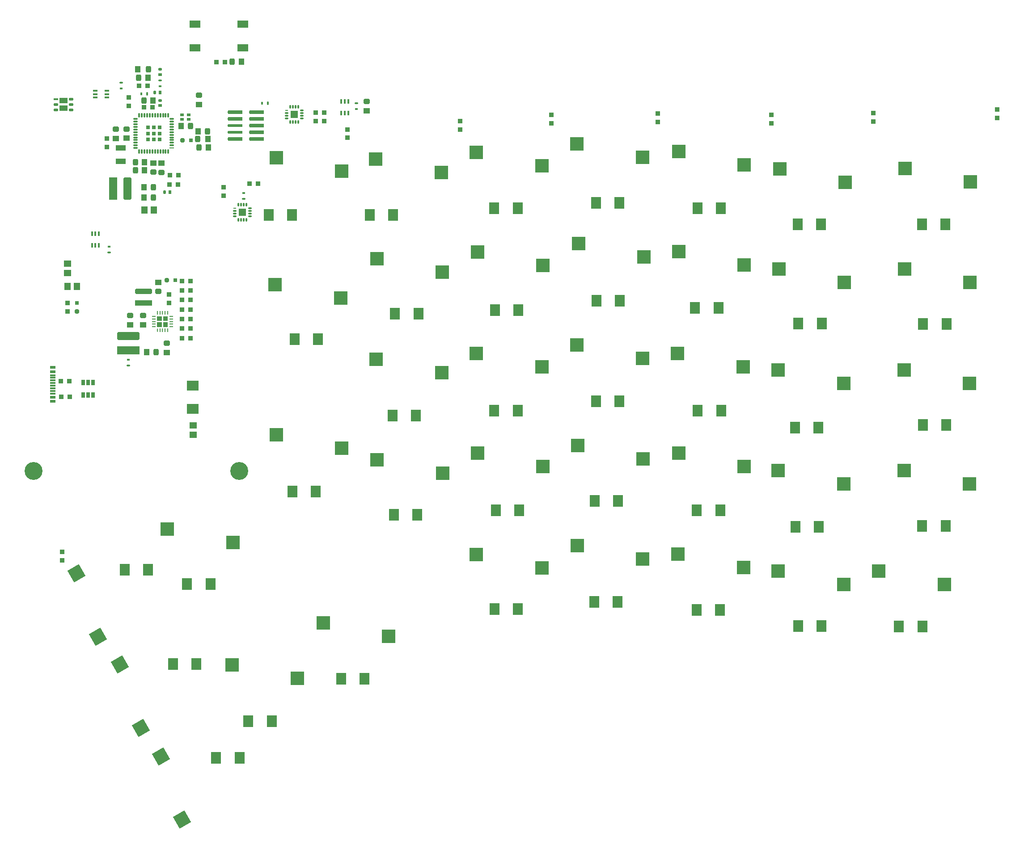
<source format=gtp>
G04*
G04 #@! TF.GenerationSoftware,Altium Limited,Altium Designer,24.5.2 (23)*
G04*
G04 Layer_Color=8421504*
%FSLAX44Y44*%
%MOMM*%
G71*
G04*
G04 #@! TF.SameCoordinates,B2DEAD2E-F19F-4043-ADCB-FE0AD24F75F7*
G04*
G04*
G04 #@! TF.FilePolarity,Positive*
G04*
G01*
G75*
%ADD19R,1.6256X1.1176*%
%ADD20R,0.7620X0.7112*%
G04:AMPARAMS|DCode=21|XSize=2.794mm|YSize=0.557mm|CornerRadius=0.1393mm|HoleSize=0mm|Usage=FLASHONLY|Rotation=0.000|XOffset=0mm|YOffset=0mm|HoleType=Round|Shape=RoundedRectangle|*
%AMROUNDEDRECTD21*
21,1,2.7940,0.2785,0,0,0.0*
21,1,2.5155,0.5570,0,0,0.0*
1,1,0.2785,1.2578,-0.1393*
1,1,0.2785,-1.2578,-0.1393*
1,1,0.2785,-1.2578,0.1393*
1,1,0.2785,1.2578,0.1393*
%
%ADD21ROUNDEDRECTD21*%
G04:AMPARAMS|DCode=22|XSize=2.794mm|YSize=0.7366mm|CornerRadius=0.1842mm|HoleSize=0mm|Usage=FLASHONLY|Rotation=0.000|XOffset=0mm|YOffset=0mm|HoleType=Round|Shape=RoundedRectangle|*
%AMROUNDEDRECTD22*
21,1,2.7940,0.3683,0,0,0.0*
21,1,2.4257,0.7366,0,0,0.0*
1,1,0.3683,1.2129,-0.1842*
1,1,0.3683,-1.2129,-0.1842*
1,1,0.3683,-1.2129,0.1842*
1,1,0.3683,1.2129,0.1842*
%
%ADD22ROUNDEDRECTD22*%
G04:AMPARAMS|DCode=23|XSize=0.6mm|YSize=0.26mm|CornerRadius=0.0325mm|HoleSize=0mm|Usage=FLASHONLY|Rotation=90.000|XOffset=0mm|YOffset=0mm|HoleType=Round|Shape=RoundedRectangle|*
%AMROUNDEDRECTD23*
21,1,0.6000,0.1950,0,0,90.0*
21,1,0.5350,0.2600,0,0,90.0*
1,1,0.0650,0.0975,0.2675*
1,1,0.0650,0.0975,-0.2675*
1,1,0.0650,-0.0975,-0.2675*
1,1,0.0650,-0.0975,0.2675*
%
%ADD23ROUNDEDRECTD23*%
%ADD24R,0.6000X0.2600*%
G04:AMPARAMS|DCode=25|XSize=0.6mm|YSize=0.26mm|CornerRadius=0.0325mm|HoleSize=0mm|Usage=FLASHONLY|Rotation=0.000|XOffset=0mm|YOffset=0mm|HoleType=Round|Shape=RoundedRectangle|*
%AMROUNDEDRECTD25*
21,1,0.6000,0.1950,0,0,0.0*
21,1,0.5350,0.2600,0,0,0.0*
1,1,0.0650,0.2675,-0.0975*
1,1,0.0650,-0.2675,-0.0975*
1,1,0.0650,-0.2675,0.0975*
1,1,0.0650,0.2675,0.0975*
%
%ADD25ROUNDEDRECTD25*%
%ADD26R,1.3700X1.3700*%
%ADD27R,0.9000X0.4000*%
G04:AMPARAMS|DCode=28|XSize=0.4mm|YSize=0.9mm|CornerRadius=0.1mm|HoleSize=0mm|Usage=FLASHONLY|Rotation=270.000|XOffset=0mm|YOffset=0mm|HoleType=Round|Shape=RoundedRectangle|*
%AMROUNDEDRECTD28*
21,1,0.4000,0.7000,0,0,270.0*
21,1,0.2000,0.9000,0,0,270.0*
1,1,0.2000,-0.3500,-0.1000*
1,1,0.2000,-0.3500,0.1000*
1,1,0.2000,0.3500,0.1000*
1,1,0.2000,0.3500,-0.1000*
%
%ADD28ROUNDEDRECTD28*%
%ADD29R,0.4000X0.9000*%
G04:AMPARAMS|DCode=30|XSize=0.4mm|YSize=0.9mm|CornerRadius=0.1mm|HoleSize=0mm|Usage=FLASHONLY|Rotation=0.000|XOffset=0mm|YOffset=0mm|HoleType=Round|Shape=RoundedRectangle|*
%AMROUNDEDRECTD30*
21,1,0.4000,0.7000,0,0,0.0*
21,1,0.2000,0.9000,0,0,0.0*
1,1,0.2000,0.1000,-0.3500*
1,1,0.2000,-0.1000,-0.3500*
1,1,0.2000,-0.1000,0.3500*
1,1,0.2000,0.1000,0.3500*
%
%ADD30ROUNDEDRECTD30*%
%ADD31R,1.6000X4.3000*%
G04:AMPARAMS|DCode=32|XSize=1.6mm|YSize=4.3mm|CornerRadius=0.4mm|HoleSize=0mm|Usage=FLASHONLY|Rotation=0.000|XOffset=0mm|YOffset=0mm|HoleType=Round|Shape=RoundedRectangle|*
%AMROUNDEDRECTD32*
21,1,1.6000,3.5000,0,0,0.0*
21,1,0.8000,4.3000,0,0,0.0*
1,1,0.8000,0.4000,-1.7500*
1,1,0.8000,-0.4000,-1.7500*
1,1,0.8000,-0.4000,1.7500*
1,1,0.8000,0.4000,1.7500*
%
%ADD32ROUNDEDRECTD32*%
%ADD33R,4.3000X1.6000*%
G04:AMPARAMS|DCode=34|XSize=1.6mm|YSize=4.3mm|CornerRadius=0.4mm|HoleSize=0mm|Usage=FLASHONLY|Rotation=90.000|XOffset=0mm|YOffset=0mm|HoleType=Round|Shape=RoundedRectangle|*
%AMROUNDEDRECTD34*
21,1,1.6000,3.5000,0,0,90.0*
21,1,0.8000,4.3000,0,0,90.0*
1,1,0.8000,1.7500,0.4000*
1,1,0.8000,1.7500,-0.4000*
1,1,0.8000,-1.7500,-0.4000*
1,1,0.8000,-1.7500,0.4000*
%
%ADD34ROUNDEDRECTD34*%
G04:AMPARAMS|DCode=35|XSize=0.45mm|YSize=0.85mm|CornerRadius=0.1125mm|HoleSize=0mm|Usage=FLASHONLY|Rotation=90.000|XOffset=0mm|YOffset=0mm|HoleType=Round|Shape=RoundedRectangle|*
%AMROUNDEDRECTD35*
21,1,0.4500,0.6250,0,0,90.0*
21,1,0.2250,0.8500,0,0,90.0*
1,1,0.2250,0.3125,0.1125*
1,1,0.2250,0.3125,-0.1125*
1,1,0.2250,-0.3125,-0.1125*
1,1,0.2250,-0.3125,0.1125*
%
%ADD35ROUNDEDRECTD35*%
%ADD36R,0.8500X0.4500*%
%ADD37R,2.5500X2.5000*%
G04:AMPARAMS|DCode=38|XSize=2.55mm|YSize=2.5mm|CornerRadius=0mm|HoleSize=0mm|Usage=FLASHONLY|Rotation=120.000|XOffset=0mm|YOffset=0mm|HoleType=Round|Shape=Rectangle|*
%AMROTATEDRECTD38*
4,1,4,1.7200,-0.4792,-0.4450,-1.7292,-1.7200,0.4792,0.4450,1.7292,1.7200,-0.4792,0.0*
%
%ADD38ROTATEDRECTD38*%

%ADD39R,1.9000X1.1000*%
G04:AMPARAMS|DCode=40|XSize=1mm|YSize=3.2mm|CornerRadius=0.25mm|HoleSize=0mm|Usage=FLASHONLY|Rotation=90.000|XOffset=0mm|YOffset=0mm|HoleType=Round|Shape=RoundedRectangle|*
%AMROUNDEDRECTD40*
21,1,1.0000,2.7000,0,0,90.0*
21,1,0.5000,3.2000,0,0,90.0*
1,1,0.5000,1.3500,0.2500*
1,1,0.5000,1.3500,-0.2500*
1,1,0.5000,-1.3500,-0.2500*
1,1,0.5000,-1.3500,0.2500*
%
%ADD40ROUNDEDRECTD40*%
%ADD41R,3.2000X1.0000*%
%ADD42R,1.8796X2.2606*%
%ADD43R,2.2606X1.8796*%
%ADD44R,1.1600X1.4700*%
%ADD45R,1.4700X1.1600*%
G04:AMPARAMS|DCode=46|XSize=1.2mm|YSize=1mm|CornerRadius=0.25mm|HoleSize=0mm|Usage=FLASHONLY|Rotation=90.000|XOffset=0mm|YOffset=0mm|HoleType=Round|Shape=RoundedRectangle|*
%AMROUNDEDRECTD46*
21,1,1.2000,0.5000,0,0,90.0*
21,1,0.7000,1.0000,0,0,90.0*
1,1,0.5000,0.2500,0.3500*
1,1,0.5000,0.2500,-0.3500*
1,1,0.5000,-0.2500,-0.3500*
1,1,0.5000,-0.2500,0.3500*
%
%ADD46ROUNDEDRECTD46*%
%ADD47R,1.0000X1.2000*%
G04:AMPARAMS|DCode=48|XSize=1.2mm|YSize=1mm|CornerRadius=0.25mm|HoleSize=0mm|Usage=FLASHONLY|Rotation=180.000|XOffset=0mm|YOffset=0mm|HoleType=Round|Shape=RoundedRectangle|*
%AMROUNDEDRECTD48*
21,1,1.2000,0.5000,0,0,180.0*
21,1,0.7000,1.0000,0,0,180.0*
1,1,0.5000,-0.3500,0.2500*
1,1,0.5000,0.3500,0.2500*
1,1,0.5000,0.3500,-0.2500*
1,1,0.5000,-0.3500,-0.2500*
%
%ADD48ROUNDEDRECTD48*%
%ADD49R,1.2000X1.0000*%
G04:AMPARAMS|DCode=50|XSize=0.64mm|YSize=0.5mm|CornerRadius=0.125mm|HoleSize=0mm|Usage=FLASHONLY|Rotation=270.000|XOffset=0mm|YOffset=0mm|HoleType=Round|Shape=RoundedRectangle|*
%AMROUNDEDRECTD50*
21,1,0.6400,0.2500,0,0,270.0*
21,1,0.3900,0.5000,0,0,270.0*
1,1,0.2500,-0.1250,-0.1950*
1,1,0.2500,-0.1250,0.1950*
1,1,0.2500,0.1250,0.1950*
1,1,0.2500,0.1250,-0.1950*
%
%ADD50ROUNDEDRECTD50*%
%ADD51R,0.5000X0.6400*%
G04:AMPARAMS|DCode=52|XSize=0.9mm|YSize=0.9mm|CornerRadius=0.225mm|HoleSize=0mm|Usage=FLASHONLY|Rotation=180.000|XOffset=0mm|YOffset=0mm|HoleType=Round|Shape=RoundedRectangle|*
%AMROUNDEDRECTD52*
21,1,0.9000,0.4500,0,0,180.0*
21,1,0.4500,0.9000,0,0,180.0*
1,1,0.4500,-0.2250,0.2250*
1,1,0.4500,0.2250,0.2250*
1,1,0.4500,0.2250,-0.2250*
1,1,0.4500,-0.2250,-0.2250*
%
%ADD52ROUNDEDRECTD52*%
%ADD53R,0.9000X0.9000*%
G04:AMPARAMS|DCode=54|XSize=0.9mm|YSize=0.9mm|CornerRadius=0.225mm|HoleSize=0mm|Usage=FLASHONLY|Rotation=90.000|XOffset=0mm|YOffset=0mm|HoleType=Round|Shape=RoundedRectangle|*
%AMROUNDEDRECTD54*
21,1,0.9000,0.4500,0,0,90.0*
21,1,0.4500,0.9000,0,0,90.0*
1,1,0.4500,0.2250,0.2250*
1,1,0.4500,0.2250,-0.2250*
1,1,0.4500,-0.2250,-0.2250*
1,1,0.4500,-0.2250,0.2250*
%
%ADD54ROUNDEDRECTD54*%
%ADD55R,0.9000X0.9000*%
%ADD56R,0.6000X0.4000*%
G04:AMPARAMS|DCode=57|XSize=0.6mm|YSize=0.4mm|CornerRadius=0.1mm|HoleSize=0mm|Usage=FLASHONLY|Rotation=180.000|XOffset=0mm|YOffset=0mm|HoleType=Round|Shape=RoundedRectangle|*
%AMROUNDEDRECTD57*
21,1,0.6000,0.2000,0,0,180.0*
21,1,0.4000,0.4000,0,0,180.0*
1,1,0.2000,-0.2000,0.1000*
1,1,0.2000,0.2000,0.1000*
1,1,0.2000,0.2000,-0.1000*
1,1,0.2000,-0.2000,-0.1000*
%
%ADD57ROUNDEDRECTD57*%
%ADD58R,0.4000X0.6000*%
G04:AMPARAMS|DCode=59|XSize=0.6mm|YSize=0.4mm|CornerRadius=0.1mm|HoleSize=0mm|Usage=FLASHONLY|Rotation=90.000|XOffset=0mm|YOffset=0mm|HoleType=Round|Shape=RoundedRectangle|*
%AMROUNDEDRECTD59*
21,1,0.6000,0.2000,0,0,90.0*
21,1,0.4000,0.4000,0,0,90.0*
1,1,0.2000,0.1000,0.2000*
1,1,0.2000,0.1000,-0.2000*
1,1,0.2000,-0.1000,-0.2000*
1,1,0.2000,-0.1000,0.2000*
%
%ADD59ROUNDEDRECTD59*%
%ADD60R,0.6858X0.5842*%
G04:AMPARAMS|DCode=61|XSize=0.64mm|YSize=0.47mm|CornerRadius=0.1175mm|HoleSize=0mm|Usage=FLASHONLY|Rotation=180.000|XOffset=0mm|YOffset=0mm|HoleType=Round|Shape=RoundedRectangle|*
%AMROUNDEDRECTD61*
21,1,0.6400,0.2350,0,0,180.0*
21,1,0.4050,0.4700,0,0,180.0*
1,1,0.2350,-0.2025,0.1175*
1,1,0.2350,0.2025,0.1175*
1,1,0.2350,0.2025,-0.1175*
1,1,0.2350,-0.2025,-0.1175*
%
%ADD61ROUNDEDRECTD61*%
%ADD62R,0.6400X0.4700*%
G04:AMPARAMS|DCode=63|XSize=0.64mm|YSize=0.47mm|CornerRadius=0.1175mm|HoleSize=0mm|Usage=FLASHONLY|Rotation=270.000|XOffset=0mm|YOffset=0mm|HoleType=Round|Shape=RoundedRectangle|*
%AMROUNDEDRECTD63*
21,1,0.6400,0.2350,0,0,270.0*
21,1,0.4050,0.4700,0,0,270.0*
1,1,0.2350,-0.1175,-0.2025*
1,1,0.2350,-0.1175,0.2025*
1,1,0.2350,0.1175,0.2025*
1,1,0.2350,0.1175,-0.2025*
%
%ADD63ROUNDEDRECTD63*%
%ADD64R,0.4700X0.6400*%
%ADD65C,3.4000*%
G04:AMPARAMS|DCode=66|XSize=0.24mm|YSize=0.6mm|CornerRadius=0.0324mm|HoleSize=0mm|Usage=FLASHONLY|Rotation=90.000|XOffset=0mm|YOffset=0mm|HoleType=Round|Shape=RoundedRectangle|*
%AMROUNDEDRECTD66*
21,1,0.2400,0.5352,0,0,90.0*
21,1,0.1752,0.6000,0,0,90.0*
1,1,0.0648,0.2676,0.0876*
1,1,0.0648,0.2676,-0.0876*
1,1,0.0648,-0.2676,-0.0876*
1,1,0.0648,-0.2676,0.0876*
%
%ADD66ROUNDEDRECTD66*%
G04:AMPARAMS|DCode=67|XSize=0.6mm|YSize=0.24mm|CornerRadius=0.06mm|HoleSize=0mm|Usage=FLASHONLY|Rotation=90.000|XOffset=0mm|YOffset=0mm|HoleType=Round|Shape=RoundedRectangle|*
%AMROUNDEDRECTD67*
21,1,0.6000,0.1200,0,0,90.0*
21,1,0.4800,0.2400,0,0,90.0*
1,1,0.1200,0.0600,0.2400*
1,1,0.1200,0.0600,-0.2400*
1,1,0.1200,-0.0600,-0.2400*
1,1,0.1200,-0.0600,0.2400*
%
%ADD67ROUNDEDRECTD67*%
G04:AMPARAMS|DCode=68|XSize=0.6mm|YSize=0.24mm|CornerRadius=0.0324mm|HoleSize=0mm|Usage=FLASHONLY|Rotation=90.000|XOffset=0mm|YOffset=0mm|HoleType=Round|Shape=RoundedRectangle|*
%AMROUNDEDRECTD68*
21,1,0.6000,0.1752,0,0,90.0*
21,1,0.5352,0.2400,0,0,90.0*
1,1,0.0648,0.0876,0.2676*
1,1,0.0648,0.0876,-0.2676*
1,1,0.0648,-0.0876,-0.2676*
1,1,0.0648,-0.0876,0.2676*
%
%ADD68ROUNDEDRECTD68*%
%ADD69R,0.8000X0.8000*%
G04:AMPARAMS|DCode=70|XSize=0.8mm|YSize=0.8mm|CornerRadius=0.2mm|HoleSize=0mm|Usage=FLASHONLY|Rotation=270.000|XOffset=0mm|YOffset=0mm|HoleType=Round|Shape=RoundedRectangle|*
%AMROUNDEDRECTD70*
21,1,0.8000,0.4000,0,0,270.0*
21,1,0.4000,0.8000,0,0,270.0*
1,1,0.4000,-0.2000,-0.2000*
1,1,0.4000,-0.2000,0.2000*
1,1,0.4000,0.2000,0.2000*
1,1,0.4000,0.2000,-0.2000*
%
%ADD70ROUNDEDRECTD70*%
%ADD71R,0.8000X0.8000*%
G04:AMPARAMS|DCode=72|XSize=0.8mm|YSize=0.8mm|CornerRadius=0.2mm|HoleSize=0mm|Usage=FLASHONLY|Rotation=0.000|XOffset=0mm|YOffset=0mm|HoleType=Round|Shape=RoundedRectangle|*
%AMROUNDEDRECTD72*
21,1,0.8000,0.4000,0,0,0.0*
21,1,0.4000,0.8000,0,0,0.0*
1,1,0.4000,0.2000,-0.2000*
1,1,0.4000,-0.2000,-0.2000*
1,1,0.4000,-0.2000,0.2000*
1,1,0.4000,0.2000,0.2000*
%
%ADD72ROUNDEDRECTD72*%
%ADD73R,0.8600X0.2600*%
G04:AMPARAMS|DCode=74|XSize=0.26mm|YSize=0.86mm|CornerRadius=0.065mm|HoleSize=0mm|Usage=FLASHONLY|Rotation=270.000|XOffset=0mm|YOffset=0mm|HoleType=Round|Shape=RoundedRectangle|*
%AMROUNDEDRECTD74*
21,1,0.2600,0.7300,0,0,270.0*
21,1,0.1300,0.8600,0,0,270.0*
1,1,0.1300,-0.3650,-0.0650*
1,1,0.1300,-0.3650,0.0650*
1,1,0.1300,0.3650,0.0650*
1,1,0.1300,0.3650,-0.0650*
%
%ADD74ROUNDEDRECTD74*%
G04:AMPARAMS|DCode=75|XSize=0.26mm|YSize=0.86mm|CornerRadius=0.065mm|HoleSize=0mm|Usage=FLASHONLY|Rotation=180.000|XOffset=0mm|YOffset=0mm|HoleType=Round|Shape=RoundedRectangle|*
%AMROUNDEDRECTD75*
21,1,0.2600,0.7300,0,0,180.0*
21,1,0.1300,0.8600,0,0,180.0*
1,1,0.1300,-0.0650,0.3650*
1,1,0.1300,0.0650,0.3650*
1,1,0.1300,0.0650,-0.3650*
1,1,0.1300,-0.0650,-0.3650*
%
%ADD75ROUNDEDRECTD75*%
%ADD76R,1.1400X0.6000*%
%ADD77R,1.1400X0.3000*%
%ADD78R,2.1000X1.4000*%
%ADD79R,0.7000X1.0000*%
G36*
X274828Y405892D02*
Y397216D01*
X266152D01*
Y405892D01*
X274828D01*
D02*
G37*
G36*
Y417616D02*
Y408940D01*
X266152D01*
Y417616D01*
X274828D01*
D02*
G37*
G36*
X286552Y405892D02*
Y397216D01*
X277876D01*
Y405892D01*
X286552D01*
D02*
G37*
G36*
Y417616D02*
Y408940D01*
X277876D01*
Y417616D01*
X286552D01*
D02*
G37*
D19*
X88900Y825754D02*
D03*
Y811530D02*
D03*
D20*
X270958Y752882D02*
D03*
X259782D02*
D03*
X248860D02*
D03*
X270704Y763804D02*
D03*
X259782D02*
D03*
X248860D02*
D03*
X270704Y774980D02*
D03*
X259782D02*
D03*
X249114D02*
D03*
D21*
X414274Y778764D02*
D03*
Y766064D02*
D03*
D22*
X454914Y753364D02*
D03*
X414274D02*
D03*
X454914Y766064D02*
D03*
Y778764D02*
D03*
Y791464D02*
D03*
X414274D02*
D03*
X454914Y804164D02*
D03*
X414274D02*
D03*
D23*
X419982Y600330D02*
D03*
X424982D02*
D03*
X429982D02*
D03*
X434982D02*
D03*
Y629030D02*
D03*
X429982D02*
D03*
X424982D02*
D03*
X419982D02*
D03*
X518280Y785750D02*
D03*
X523280D02*
D03*
X528280D02*
D03*
X533280D02*
D03*
Y814450D02*
D03*
X528280D02*
D03*
X523280D02*
D03*
X518280D02*
D03*
D24*
X413132Y622180D02*
D03*
X511430Y807600D02*
D03*
D25*
X413132Y617180D02*
D03*
Y612180D02*
D03*
Y607180D02*
D03*
X441832D02*
D03*
Y612180D02*
D03*
Y617180D02*
D03*
Y622180D02*
D03*
X511430Y802600D02*
D03*
Y797600D02*
D03*
Y792600D02*
D03*
X540130D02*
D03*
Y797600D02*
D03*
Y802600D02*
D03*
Y807600D02*
D03*
D26*
X427482Y614680D02*
D03*
X525780Y800100D02*
D03*
D27*
X170766Y831700D02*
D03*
D28*
Y838200D02*
D03*
Y844700D02*
D03*
X148766D02*
D03*
Y838200D02*
D03*
Y831700D02*
D03*
D29*
X155852Y574118D02*
D03*
X614784Y802816D02*
D03*
D30*
X149352Y574118D02*
D03*
X142852D02*
D03*
Y552118D02*
D03*
X149352D02*
D03*
X155852D02*
D03*
X621284Y802816D02*
D03*
X627784D02*
D03*
Y824816D02*
D03*
X621284D02*
D03*
X614784D02*
D03*
D31*
X183134Y659638D02*
D03*
D32*
X210134D02*
D03*
D33*
X211582Y352806D02*
D03*
D34*
Y379806D02*
D03*
D35*
X103400Y828642D02*
D03*
X74400Y818642D02*
D03*
Y808642D02*
D03*
X103400Y818642D02*
D03*
Y808642D02*
D03*
D36*
X74400Y828642D02*
D03*
D37*
X1632709Y-65777D02*
D03*
X1756629Y-91177D02*
D03*
X1442208Y-65777D02*
D03*
X1566128Y-91177D02*
D03*
X1252490Y-33274D02*
D03*
X1376410Y-58674D02*
D03*
X1061736Y-17272D02*
D03*
X1185656Y-42672D02*
D03*
X870704Y-34026D02*
D03*
X994624Y-59426D02*
D03*
X580660Y-163322D02*
D03*
X704580Y-188722D02*
D03*
X408163Y-243096D02*
D03*
X532084Y-268496D02*
D03*
X1680334Y124725D02*
D03*
X1804254Y99325D02*
D03*
X1442208Y124725D02*
D03*
X1566128Y99325D02*
D03*
X1253503Y158211D02*
D03*
X1377424Y132811D02*
D03*
X1062498Y172720D02*
D03*
X1186418Y147320D02*
D03*
X872500Y158211D02*
D03*
X996420Y132811D02*
D03*
X682768Y145796D02*
D03*
X806688Y120396D02*
D03*
X491506Y192532D02*
D03*
X615426Y167132D02*
D03*
X1680334Y315226D02*
D03*
X1804254Y289826D02*
D03*
X1442208Y315226D02*
D03*
X1566128Y289826D02*
D03*
X1251707Y346977D02*
D03*
X1375627Y321577D02*
D03*
X1061205Y362953D02*
D03*
X1185125Y337553D02*
D03*
X870704Y346977D02*
D03*
X994624Y321577D02*
D03*
X680990Y335788D02*
D03*
X804910Y310388D02*
D03*
X285432Y14056D02*
D03*
X409352Y-11344D02*
D03*
X1681496Y506730D02*
D03*
X1805416Y481330D02*
D03*
X1443498Y506730D02*
D03*
X1567418Y481330D02*
D03*
X1253760Y539750D02*
D03*
X1377680Y514350D02*
D03*
X1064022Y554990D02*
D03*
X1187942Y529590D02*
D03*
X872501Y539213D02*
D03*
X996421Y513813D02*
D03*
X681999Y526513D02*
D03*
X805919Y501113D02*
D03*
X489701Y477152D02*
D03*
X613621Y451752D02*
D03*
X1682258Y697738D02*
D03*
X1806178Y672338D02*
D03*
X1445276Y696468D02*
D03*
X1569196Y671068D02*
D03*
X1253503Y729715D02*
D03*
X1377424Y704315D02*
D03*
X1061205Y743956D02*
D03*
X1185125Y718556D02*
D03*
X870704Y727979D02*
D03*
X994624Y702579D02*
D03*
X680202Y715254D02*
D03*
X804122Y689854D02*
D03*
X491506Y718058D02*
D03*
X615426Y692658D02*
D03*
D38*
X313047Y-536412D02*
D03*
X273084Y-416394D02*
D03*
X235458Y-362204D02*
D03*
X195495Y-242186D02*
D03*
X153670Y-189738D02*
D03*
X113707Y-69720D02*
D03*
D39*
X197358Y711400D02*
D03*
Y736400D02*
D03*
D40*
X240030Y464566D02*
D03*
D41*
Y442566D02*
D03*
D42*
X1715008Y-170434D02*
D03*
X1670812D02*
D03*
X1523746Y-169164D02*
D03*
X1479550D02*
D03*
X1331722Y-139446D02*
D03*
X1287526D02*
D03*
X1137920Y-123952D02*
D03*
X1093724D02*
D03*
X948944Y-137414D02*
D03*
X904748D02*
D03*
X658622Y-269494D02*
D03*
X614426D02*
D03*
X483108Y-350012D02*
D03*
X438912D02*
D03*
X1758950Y20066D02*
D03*
X1714754D02*
D03*
X1519186Y18168D02*
D03*
X1474990D02*
D03*
X1332242Y49918D02*
D03*
X1288046D02*
D03*
X1138948Y67190D02*
D03*
X1094752D02*
D03*
X952004Y49918D02*
D03*
X907808D02*
D03*
X758444Y40894D02*
D03*
X714248D02*
D03*
X566420Y85598D02*
D03*
X522224D02*
D03*
X1759966Y211328D02*
D03*
X1715770D02*
D03*
X1518170Y206636D02*
D03*
X1473974D02*
D03*
X1334020Y238386D02*
D03*
X1289824D02*
D03*
X1141488Y256420D02*
D03*
X1097292D02*
D03*
X948702Y238386D02*
D03*
X904506D02*
D03*
X756412Y229108D02*
D03*
X712216D02*
D03*
X367030Y-90170D02*
D03*
X322834D02*
D03*
X1760740Y402978D02*
D03*
X1716544D02*
D03*
X1524520Y403994D02*
D03*
X1480324D02*
D03*
X1328940Y433458D02*
D03*
X1284744D02*
D03*
X1142492Y446532D02*
D03*
X1098296D02*
D03*
X950226Y428886D02*
D03*
X906030D02*
D03*
X760730Y421894D02*
D03*
X716534D02*
D03*
X570992Y374142D02*
D03*
X526796D02*
D03*
X1758454Y591700D02*
D03*
X1714258D02*
D03*
X1522996D02*
D03*
X1478800D02*
D03*
X1333512Y622180D02*
D03*
X1289316D02*
D03*
X1141234Y632594D02*
D03*
X1097038D02*
D03*
X948702Y622180D02*
D03*
X904506D02*
D03*
X669036Y609346D02*
D03*
X713232D02*
D03*
X477520D02*
D03*
X521716D02*
D03*
X422148Y-419608D02*
D03*
X377952D02*
D03*
X340614Y-241808D02*
D03*
X296418D02*
D03*
X248920Y-62484D02*
D03*
X204724D02*
D03*
D43*
X333248Y285750D02*
D03*
Y241554D02*
D03*
D44*
X114300Y473710D02*
D03*
X96700D02*
D03*
X259752Y618490D02*
D03*
X242152D02*
D03*
D45*
X96520Y499290D02*
D03*
Y516890D02*
D03*
X334264Y210476D02*
D03*
Y192876D02*
D03*
D46*
X329044Y777748D02*
D03*
X361302Y767334D02*
D03*
X231026Y869696D02*
D03*
X240932Y826262D02*
D03*
X345567Y737250D02*
D03*
X224930Y693674D02*
D03*
Y708914D02*
D03*
X258940Y661670D02*
D03*
Y642366D02*
D03*
X408318Y900176D02*
D03*
X263994Y349736D02*
D03*
X342552Y753110D02*
D03*
X249776Y885190D02*
D03*
D47*
X311544Y777748D02*
D03*
X343802Y767334D02*
D03*
X248526Y869696D02*
D03*
X258432Y826262D02*
D03*
X363067Y737250D02*
D03*
X242430Y693674D02*
D03*
Y708914D02*
D03*
X241440Y661670D02*
D03*
Y642366D02*
D03*
X425818Y900176D02*
D03*
X246494Y349736D02*
D03*
X362552Y753110D02*
D03*
X229776Y885190D02*
D03*
D48*
X345694Y836028D02*
D03*
X258826Y690512D02*
D03*
X187960Y772020D02*
D03*
X274320Y690258D02*
D03*
X208280Y772160D02*
D03*
X268732Y464452D02*
D03*
X284454Y366106D02*
D03*
X239522Y418846D02*
D03*
X215392Y418706D02*
D03*
X662686Y824344D02*
D03*
D49*
X345694Y818528D02*
D03*
X258826Y708012D02*
D03*
X187960Y754520D02*
D03*
X274320Y707758D02*
D03*
X208280Y754660D02*
D03*
X268732Y481952D02*
D03*
X284454Y348606D02*
D03*
X239522Y401346D02*
D03*
X215392Y401206D02*
D03*
X662686Y806844D02*
D03*
D50*
X261954Y840994D02*
D03*
D51*
X271954D02*
D03*
D52*
X171196Y754506D02*
D03*
X96520Y426720D02*
D03*
X1428750Y798702D02*
D03*
X1214120Y801750D02*
D03*
X1012444Y798702D02*
D03*
X840232Y787272D02*
D03*
X626364Y771524D02*
D03*
X86360Y-29210D02*
D03*
X212852Y831722D02*
D03*
X1856486Y809116D02*
D03*
X391922Y646050D02*
D03*
X288290Y458596D02*
D03*
X1622552Y802766D02*
D03*
D53*
X171196Y738506D02*
D03*
X96520Y442720D02*
D03*
X1428750Y782702D02*
D03*
X1214120Y785750D02*
D03*
X1012444Y782702D02*
D03*
X840232Y771272D02*
D03*
X626364Y755524D02*
D03*
X86360Y-45210D02*
D03*
X212852Y815722D02*
D03*
X1856486Y793116D02*
D03*
X391922Y662050D02*
D03*
X288290Y442596D02*
D03*
X1622552Y786766D02*
D03*
D54*
X394588Y898906D02*
D03*
X440818Y668782D02*
D03*
X582802Y802894D02*
D03*
X289942Y667004D02*
D03*
X290196Y685038D02*
D03*
X241174Y813054D02*
D03*
X231776Y853948D02*
D03*
X566802Y787146D02*
D03*
X313284Y448203D02*
D03*
X313284Y375898D02*
D03*
X329284Y430127D02*
D03*
Y412050D02*
D03*
Y393974D02*
D03*
X100708Y264454D02*
D03*
X99692Y294172D02*
D03*
X313284Y466279D02*
D03*
X329284Y484356D02*
D03*
D55*
X378588Y898906D02*
D03*
X456818Y668782D02*
D03*
X566802Y802894D02*
D03*
X305942Y667004D02*
D03*
X306196Y685038D02*
D03*
X257174Y813054D02*
D03*
X247776Y853948D02*
D03*
X582802Y787146D02*
D03*
X329284Y448203D02*
D03*
X329284Y375898D02*
D03*
X313284Y430127D02*
D03*
Y412050D02*
D03*
Y393974D02*
D03*
X84708Y264454D02*
D03*
X83692Y294172D02*
D03*
X329284Y466279D02*
D03*
X313284Y484356D02*
D03*
D56*
X271780Y853020D02*
D03*
X197866Y849210D02*
D03*
X430276Y651080D02*
D03*
X212053Y335477D02*
D03*
X643128Y810094D02*
D03*
X175006Y549568D02*
D03*
D57*
X271780Y864020D02*
D03*
X197866Y860210D02*
D03*
X430276Y640080D02*
D03*
X212053Y324477D02*
D03*
X643128Y821094D02*
D03*
X175006Y538568D02*
D03*
D58*
X464400Y821182D02*
D03*
X236177Y838817D02*
D03*
D59*
X475400Y821182D02*
D03*
X247177Y838817D02*
D03*
D60*
X326161Y799084D02*
D03*
X313411D02*
D03*
Y790448D02*
D03*
X326161D02*
D03*
D61*
X271759Y826436D02*
D03*
X271760Y885110D02*
D03*
D62*
X271759Y816436D02*
D03*
X271760Y875110D02*
D03*
D63*
X280242Y652526D02*
D03*
D64*
X290242D02*
D03*
D65*
X421822Y124460D02*
D03*
X31822D02*
D03*
D66*
X292852Y397416D02*
D03*
Y402416D02*
D03*
Y407416D02*
D03*
Y412416D02*
D03*
Y417416D02*
D03*
X259852D02*
D03*
Y412416D02*
D03*
Y407416D02*
D03*
Y402416D02*
D03*
Y397416D02*
D03*
D67*
X266352Y390916D02*
D03*
D68*
X271352D02*
D03*
X276352D02*
D03*
X281352D02*
D03*
X286352D02*
D03*
Y423916D02*
D03*
X281352D02*
D03*
X276352D02*
D03*
X271352D02*
D03*
X266352D02*
D03*
D69*
X330072Y750824D02*
D03*
X300862Y485648D02*
D03*
D70*
X314072Y750824D02*
D03*
X284862Y485648D02*
D03*
D71*
X114554Y442594D02*
D03*
D72*
Y426594D02*
D03*
D73*
X294132Y736304D02*
D03*
D74*
Y741304D02*
D03*
Y746304D02*
D03*
Y751304D02*
D03*
Y756304D02*
D03*
Y761304D02*
D03*
Y766304D02*
D03*
Y771304D02*
D03*
Y776304D02*
D03*
Y781304D02*
D03*
Y786304D02*
D03*
Y791304D02*
D03*
X225432D02*
D03*
Y786304D02*
D03*
Y781304D02*
D03*
Y776304D02*
D03*
Y771304D02*
D03*
Y766304D02*
D03*
Y761304D02*
D03*
Y756304D02*
D03*
Y751304D02*
D03*
Y746304D02*
D03*
Y741304D02*
D03*
Y736304D02*
D03*
D75*
X287282Y798154D02*
D03*
X282282D02*
D03*
X277282D02*
D03*
X272282D02*
D03*
X267282D02*
D03*
X262282D02*
D03*
X257282D02*
D03*
X252282D02*
D03*
X247282D02*
D03*
X242282D02*
D03*
X237282D02*
D03*
X232282D02*
D03*
Y729454D02*
D03*
X237282D02*
D03*
X242282D02*
D03*
X247282D02*
D03*
X252282D02*
D03*
X257282D02*
D03*
X262282D02*
D03*
X267282D02*
D03*
X272282D02*
D03*
X277282D02*
D03*
X282282D02*
D03*
X287282D02*
D03*
D76*
X68834Y256330D02*
D03*
Y264330D02*
D03*
Y312330D02*
D03*
Y320330D02*
D03*
D77*
Y270830D02*
D03*
Y275830D02*
D03*
Y280830D02*
D03*
Y285830D02*
D03*
Y305830D02*
D03*
Y300830D02*
D03*
Y295830D02*
D03*
Y290830D02*
D03*
D78*
X428532Y926190D02*
D03*
X337532D02*
D03*
Y971190D02*
D03*
X428532D02*
D03*
D79*
X125880Y268577D02*
D03*
X135380D02*
D03*
X144880D02*
D03*
Y292202D02*
D03*
X135380D02*
D03*
X125880D02*
D03*
M02*

</source>
